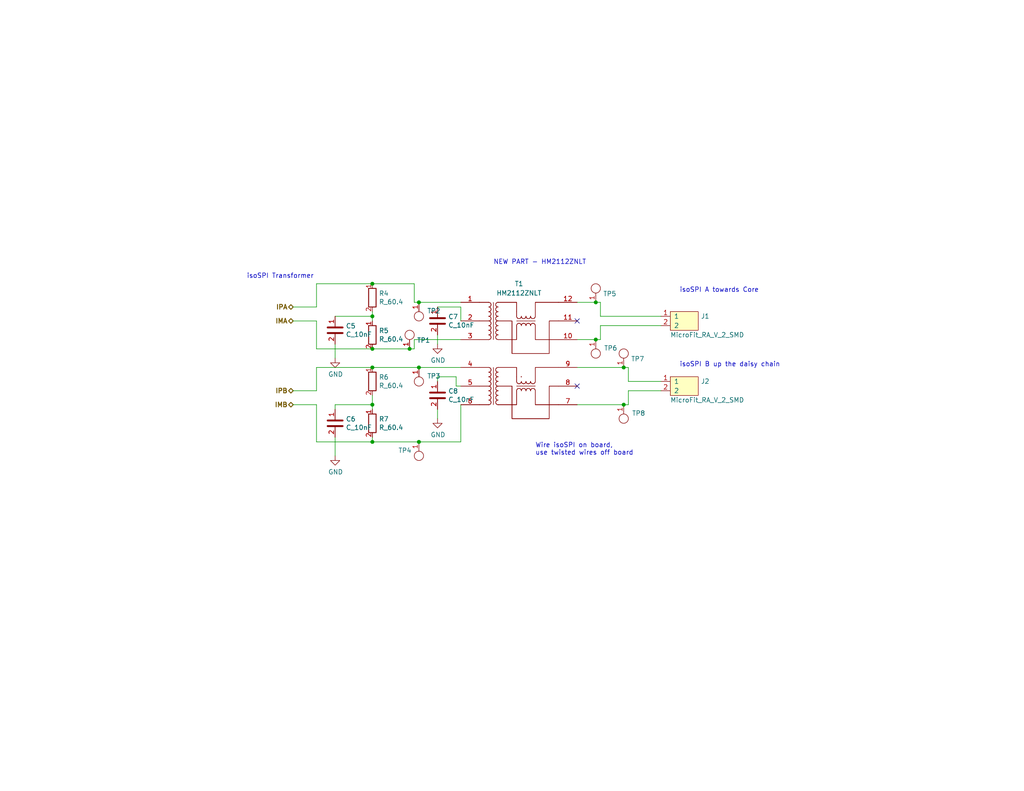
<source format=kicad_sch>
(kicad_sch (version 20211123) (generator eeschema)
  (paper "A")
  (title_block (title "Peripheral | isoSPI Transformer") (date "2022-12-04") (rev "0") (company "Olin Electric Motorsports") (comment 1 "Melissa Kazazic and Dasha Chadiuk"))
  (lib_symbols
    (symbol "formula:C_10nF" (pin_names (offset 1.016))
      (property "Reference" "C" (at -2.54 2.54 0))
      (property "Value" "C_10nF" (at 3.81 0 90))
      (symbol "C_10nF_0_1"
        (polyline (pts (xy -2.032 -0.762) (xy 2.032 -0.762)) (stroke (width 0.508)))
        (polyline (pts (xy -2.032 0.762) (xy 2.032 0.762)) (stroke (width 0.508)))
      )
      (symbol "C_10nF_1_1"
        (pin passive line (at 0 3.81 270) (length 2.794) (name "~") (number "1"))
        (pin passive line (at 0 -3.81 90) (length 2.794) (name "~") (number "2"))
      )
    )
    (symbol "formula:HM2112ZNLT" (pin_names (offset 0.762))
      (property "Reference" "T" (at -5.08 27.94 0))
      (property "Value" "HM2112ZNLT" (at -5.08 25.4 0))
      (symbol "HM2112ZNLT_0_0"
        (pin passive line (at -17.78 21.59 0) (length 5.08) (name "") (number "1"))
        (pin passive line (at 13.97 11.43 180) (length 5.08) (name "") (number "10"))
        (pin passive line (at 13.97 16.51 180) (length 5.08) (name "") (number "11"))
        (pin passive line (at 13.97 21.59 180) (length 5.08) (name "") (number "12"))
        (pin passive line (at -17.78 16.51 0) (length 5.08) (name "") (number "2"))
        (pin passive line (at -17.78 11.43 0) (length 5.08) (name "") (number "3"))
        (pin passive line (at -17.78 3.81 0) (length 5.08) (name "") (number "4"))
        (pin passive line (at -17.78 -1.27 0) (length 5.08) (name "") (number "5"))
        (pin passive line (at -17.78 -6.35 0) (length 5.08) (name "") (number "6"))
        (pin passive line (at 13.97 -6.35 180) (length 5.08) (name "") (number "7"))
        (pin passive line (at 13.97 -1.27 180) (length 5.08) (name "") (number "8"))
        (pin passive line (at 13.97 3.81 180) (length 5.08) (name "") (number "9"))
      )
      (symbol "HM2112ZNLT_0_1"
        (arc (start -10.16 -6.35) (mid -9.525 -5.715) (end -10.16 -5.08))
        (arc (start -10.16 -6.35) (mid -9.525 -5.715) (end -10.16 -5.08))
        (arc (start -10.16 -5.08) (mid -9.525 -4.445) (end -10.16 -3.81))
        (arc (start -10.16 -5.08) (mid -9.525 -4.445) (end -10.16 -3.81))
        (arc (start -10.16 -3.81) (mid -9.525 -3.175) (end -10.16 -2.54))
        (arc (start -10.16 -3.81) (mid -9.525 -3.175) (end -10.16 -2.54))
        (arc (start -10.16 -2.54) (mid -9.525 -1.905) (end -10.16 -1.27))
        (arc (start -10.16 -2.54) (mid -9.525 -1.905) (end -10.16 -1.27))
        (arc (start -10.16 -1.27) (mid -9.525 -0.635) (end -10.16 0))
        (arc (start -10.16 -1.27) (mid -9.525 -0.635) (end -10.16 0))
        (arc (start -10.16 0) (mid -9.525 0.635) (end -10.16 1.27))
        (arc (start -10.16 0) (mid -9.525 0.635) (end -10.16 1.27))
        (arc (start -10.16 1.27) (mid -9.525 1.905) (end -10.16 2.54))
        (arc (start -10.16 1.27) (mid -9.525 1.905) (end -10.16 2.54))
        (arc (start -10.16 2.54) (mid -9.525 3.175) (end -10.16 3.81))
        (arc (start -10.16 2.54) (mid -9.525 3.175) (end -10.16 3.81))
        (arc (start -10.16 11.43) (mid -9.525 12.065) (end -10.16 12.7))
        (arc (start -10.16 11.43) (mid -9.525 12.065) (end -10.16 12.7))
        (arc (start -10.16 12.7) (mid -9.525 13.335) (end -10.16 13.97))
        (arc (start -10.16 12.7) (mid -9.525 13.335) (end -10.16 13.97))
        (arc (start -10.16 13.97) (mid -9.525 14.605) (end -10.16 15.24))
        (arc (start -10.16 13.97) (mid -9.525 14.605) (end -10.16 15.24))
        (arc (start -10.16 15.24) (mid -9.525 15.875) (end -10.16 16.51))
        (arc (start -10.16 15.24) (mid -9.525 15.875) (end -10.16 16.51))
        (arc (start -10.16 16.51) (mid -9.525 17.145) (end -10.16 17.78))
        (arc (start -10.16 16.51) (mid -9.525 17.145) (end -10.16 17.78))
        (arc (start -10.16 17.78) (mid -9.525 18.415) (end -10.16 19.05))
        (arc (start -10.16 17.78) (mid -9.525 18.415) (end -10.16 19.05))
        (arc (start -10.16 19.05) (mid -9.525 19.685) (end -10.16 20.32))
        (arc (start -10.16 19.05) (mid -9.525 19.685) (end -10.16 20.32))
        (arc (start -10.16 20.32) (mid -9.525 20.955) (end -10.16 21.59))
        (arc (start -10.16 20.32) (mid -9.525 20.955) (end -10.16 21.59))
        (arc (start -7.62 -5.08) (mid -8.255 -5.715) (end -7.62 -6.35))
        (arc (start -7.62 -5.08) (mid -8.255 -5.715) (end -7.62 -6.35))
        (arc (start -7.62 -3.81) (mid -8.255 -4.445) (end -7.62 -5.08))
        (arc (start -7.62 -3.81) (mid -8.255 -4.445) (end -7.62 -5.08))
        (arc (start -7.62 -2.54) (mid -8.255 -3.175) (end -7.62 -3.81))
        (arc (start -7.62 -2.54) (mid -8.255 -3.175) (end -7.62 -3.81))
        (arc (start -7.62 -1.27) (mid -8.255 -1.905) (end -7.62 -2.54))
        (arc (start -7.62 -1.27) (mid -8.255 -1.905) (end -7.62 -2.54))
        (arc (start -7.62 0) (mid -8.255 -0.635) (end -7.62 -1.27))
        (arc (start -7.62 0) (mid -8.255 -0.635) (end -7.62 -1.27))
        (arc (start -7.62 1.27) (mid -8.255 0.635) (end -7.62 0))
        (arc (start -7.62 1.27) (mid -8.255 0.635) (end -7.62 0))
        (arc (start -7.62 2.54) (mid -8.255 1.905) (end -7.62 1.27))
        (arc (start -7.62 2.54) (mid -8.255 1.905) (end -7.62 1.27))
        (arc (start -7.62 3.81) (mid -8.255 3.175) (end -7.62 2.54))
        (arc (start -7.62 3.81) (mid -8.255 3.175) (end -7.62 2.54))
        (arc (start -7.62 12.7) (mid -8.255 12.065) (end -7.62 11.43))
        (arc (start -7.62 12.7) (mid -8.255 12.065) (end -7.62 11.43))
        (arc (start -7.62 13.97) (mid -8.255 13.335) (end -7.62 12.7))
        (arc (start -7.62 13.97) (mid -8.255 13.335) (end -7.62 12.7))
        (arc (start -7.62 15.24) (mid -8.255 14.605) (end -7.62 13.97))
        (arc (start -7.62 15.24) (mid -8.255 14.605) (end -7.62 13.97))
        (arc (start -7.62 16.51) (mid -8.255 15.875) (end -7.62 15.24))
        (arc (start -7.62 16.51) (mid -8.255 15.875) (end -7.62 15.24))
        (arc (start -7.62 17.78) (mid -8.255 17.145) (end -7.62 16.51))
        (arc (start -7.62 17.78) (mid -8.255 17.145) (end -7.62 16.51))
        (arc (start -7.62 19.05) (mid -8.255 18.415) (end -7.62 17.78))
        (arc (start -7.62 19.05) (mid -8.255 18.415) (end -7.62 17.78))
        (arc (start -7.62 20.32) (mid -8.255 19.685) (end -7.62 19.05))
        (arc (start -7.62 20.32) (mid -8.255 19.685) (end -7.62 19.05))
        (arc (start -7.62 21.59) (mid -8.255 20.955) (end -7.62 20.32))
        (arc (start -7.62 21.59) (mid -8.255 20.955) (end -7.62 20.32))
        (arc (start -2.54 0) (mid -1.905 -0.635) (end -1.27 0))
        (arc (start -2.54 0) (mid -1.905 -0.635) (end -1.27 0))
        (arc (start -2.54 17.78) (mid -1.905 17.145) (end -1.27 17.78))
        (arc (start -2.54 17.78) (mid -1.905 17.145) (end -1.27 17.78))
        (arc (start -1.27 -2.54) (mid -1.905 -1.905) (end -2.54 -2.54))
        (arc (start -1.27 -2.54) (mid -1.905 -1.905) (end -2.54 -2.54))
        (arc (start -1.27 0) (mid -0.635 -0.635) (end 0 0))
        (arc (start -1.27 0) (mid -0.635 -0.635) (end 0 0))
        (circle (center -1.27 1.27) (radius 0.0001))
        (arc (start -1.27 15.24) (mid -1.905 15.875) (end -2.54 15.24))
        (arc (start -1.27 15.24) (mid -1.905 15.875) (end -2.54 15.24))
        (arc (start -1.27 17.78) (mid -0.635 17.145) (end 0 17.78))
        (arc (start -1.27 17.78) (mid -0.635 17.145) (end 0 17.78))
        (arc (start 0 -2.54) (mid -0.635 -1.905) (end -1.27 -2.54))
        (arc (start 0 -2.54) (mid -0.635 -1.905) (end -1.27 -2.54))
        (polyline (pts (xy -10.16 -6.35) (xy -12.7 -6.35)))
        (polyline (pts (xy -10.16 -6.35) (xy -12.7 -6.35)))
        (polyline (pts (xy -10.16 -1.27) (xy -12.7 -1.27)))
        (polyline (pts (xy -10.16 -1.27) (xy -12.7 -1.27)))
        (polyline (pts (xy -10.16 3.81) (xy -12.7 3.81)))
        (polyline (pts (xy -10.16 3.81) (xy -12.7 3.81)))
        (polyline (pts (xy -10.16 11.43) (xy -12.7 11.43)))
        (polyline (pts (xy -10.16 11.43) (xy -12.7 11.43)))
        (polyline (pts (xy -10.16 16.51) (xy -12.7 16.51)))
        (polyline (pts (xy -10.16 16.51) (xy -12.7 16.51)))
        (polyline (pts (xy -10.16 21.59) (xy -12.7 21.59)))
        (polyline (pts (xy -10.16 21.59) (xy -12.7 21.59)))
        (polyline (pts (xy -8.89 3.81) (xy -8.89 -6.35)))
        (polyline (pts (xy -8.89 21.59) (xy -8.89 11.43)))
        (polyline (pts (xy -2.54 -1.27) (xy 2.54 -1.27)))
        (polyline (pts (xy -2.54 1.27) (xy -2.54 0)))
        (polyline (pts (xy -2.54 1.27) (xy -2.54 0)))
        (polyline (pts (xy -2.54 16.51) (xy 2.54 16.51)))
        (polyline (pts (xy -2.54 19.05) (xy -2.54 17.78)))
        (polyline (pts (xy -2.54 19.05) (xy -2.54 17.78)))
        (polyline (pts (xy -7.62 -6.35) (xy -2.54 -6.35) (xy -2.54 -2.54)))
        (polyline (pts (xy -7.62 -6.35) (xy -2.54 -6.35) (xy -2.54 -2.54)))
        (polyline (pts (xy -7.62 3.81) (xy -2.54 3.81) (xy -2.54 1.27)))
        (polyline (pts (xy -7.62 3.81) (xy -2.54 3.81) (xy -2.54 1.27)))
        (polyline (pts (xy -7.62 11.43) (xy -2.54 11.43) (xy -2.54 15.24)))
        (polyline (pts (xy -7.62 11.43) (xy -2.54 11.43) (xy -2.54 15.24)))
        (polyline (pts (xy -7.62 21.59) (xy -2.54 21.59) (xy -2.54 19.05)))
        (polyline (pts (xy -7.62 21.59) (xy -2.54 21.59) (xy -2.54 19.05)))
        (polyline (pts (xy 2.54 -2.54) (xy 2.54 -6.35) (xy 8.89 -6.35)))
        (polyline (pts (xy 2.54 -2.54) (xy 2.54 -6.35) (xy 8.89 -6.35)))
        (polyline (pts (xy 2.54 0) (xy 2.54 3.81) (xy 8.89 3.81)))
        (polyline (pts (xy 2.54 0) (xy 2.54 3.81) (xy 8.89 3.81)))
        (polyline (pts (xy 2.54 15.24) (xy 2.54 11.43) (xy 8.89 11.43)))
        (polyline (pts (xy 2.54 15.24) (xy 2.54 11.43) (xy 8.89 11.43)))
        (polyline (pts (xy 2.54 17.78) (xy 2.54 21.59) (xy 8.89 21.59)))
        (polyline (pts (xy 2.54 17.78) (xy 2.54 21.59) (xy 8.89 21.59)))
        (polyline (pts (xy -7.62 -1.27) (xy -3.81 -1.27) (xy -3.81 -10.16) (xy 6.35 -10.16) (xy 6.35 -1.27) (xy 8.89 -1.27)))
        (polyline (pts (xy -7.62 -1.27) (xy -3.81 -1.27) (xy -3.81 -10.16) (xy 6.35 -10.16) (xy 6.35 -1.27) (xy 8.89 -1.27)))
        (polyline (pts (xy -7.62 16.51) (xy -3.81 16.51) (xy -3.81 7.62) (xy 6.35 7.62) (xy 6.35 16.51) (xy 8.89 16.51)))
        (polyline (pts (xy -7.62 16.51) (xy -3.81 16.51) (xy -3.81 7.62) (xy 6.35 7.62) (xy 6.35 16.51) (xy 8.89 16.51)))
        (arc (start 0 0) (mid 0.635 -0.635) (end 1.27 0))
        (arc (start 0 0) (mid 0.635 -0.635) (end 1.27 0))
        (arc (start 0 15.24) (mid -0.635 15.875) (end -1.27 15.24))
        (arc (start 0 15.24) (mid -0.635 15.875) (end -1.27 15.24))
        (arc (start 0 17.78) (mid 0.635 17.145) (end 1.27 17.78))
        (arc (start 0 17.78) (mid 0.635 17.145) (end 1.27 17.78))
        (arc (start 1.27 -2.54) (mid 0.635 -1.905) (end 0 -2.54))
        (arc (start 1.27 -2.54) (mid 0.635 -1.905) (end 0 -2.54))
        (arc (start 1.27 0) (mid 1.905 -0.635) (end 2.54 0))
        (arc (start 1.27 0) (mid 1.905 -0.635) (end 2.54 0))
        (arc (start 1.27 15.24) (mid 0.635 15.875) (end 0 15.24))
        (arc (start 1.27 15.24) (mid 0.635 15.875) (end 0 15.24))
        (arc (start 1.27 17.78) (mid 1.905 17.145) (end 2.54 17.78))
        (arc (start 1.27 17.78) (mid 1.905 17.145) (end 2.54 17.78))
        (arc (start 2.54 -2.54) (mid 1.905 -1.905) (end 1.27 -2.54))
        (arc (start 2.54 -2.54) (mid 1.905 -1.905) (end 1.27 -2.54))
        (arc (start 2.54 15.24) (mid 1.905 15.875) (end 1.27 15.24))
        (arc (start 2.54 15.24) (mid 1.905 15.875) (end 1.27 15.24))
      )
    )
    (symbol "formula:MicroFit_RA_V_2_SMD" (pin_names (offset 1.016))
      (property "Reference" "J" (at -2.54 1.27 0))
      (property "Value" "MicroFit_RA_V_2_SMD" (at 0 -3.81 0))
      (symbol "MicroFit_RA_V_2_SMD_1_1"
        (rectangle (start 3.81 -2.54) (end -3.81 2.54) (fill (type background)))
        (pin bidirectional line (at 6.35 1.27 180) (length 2.54) (name "1") (number "1"))
        (pin bidirectional line (at 6.35 -1.27 180) (length 2.54) (name "2") (number "2"))
      )
    )
    (symbol "formula:R_60.4" (pin_names (offset 1.016))
      (property "Reference" "R" (at -2.54 0 0))
      (property "Value" "R_60.4" (at 2.54 0 90))
      (symbol "R_60.4_0_1"
        (rectangle (start -1.016 -2.54) (end 1.016 2.54) (stroke (width 0.254)))
      )
      (symbol "R_60.4_1_1"
        (pin passive line (at 0 3.81 270) (length 1.27) (name "~") (number "1"))
        (pin passive line (at 0 -3.81 90) (length 1.27) (name "~") (number "2"))
      )
    )
    (symbol "formula:Test_Point_SMD" (pin_names (offset 1.016))
      (property "Reference" "TP" (at 0 7.62 0))
      (property "Value" "Test_Point_SMD" (at 1.27 5.08 0))
      (symbol "Test_Point_SMD_1_1"
        (circle (center 0 2.54) (radius 1.27))
        (pin input line (at 0 -1.27 90) (length 2.54) (name "~") (number "1"))
      )
    )
    (symbol "power:GND" (power) (pin_names (offset 0))
      (property "Value" "GND" (at 0 -3.81 0))
      (symbol "GND_0_1"
        (polyline (pts (xy 0 0) (xy 0 -1.27) (xy 1.27 -1.27) (xy 0 -2.54) (xy -1.27 -1.27) (xy 0 -1.27)))
      )
      (symbol "GND_1_1"
        (pin power_in line (at 0 0 270) (length 0) hide (name "GND") (number "1"))
      )
    )
  )
  (junction (at 114.3 82.55))
  (junction (at 114.3 100.33))
  (junction (at 114.3 120.65))
  (junction (at 162.56 92.71))
  (junction (at 101.6 110.49))
  (junction (at 170.18 100.33))
  (junction (at 111.76 95.25))
  (junction (at 162.56 82.55))
  (junction (at 101.6 86.36))
  (junction (at 101.6 95.25))
  (junction (at 101.6 100.33))
  (junction (at 101.6 77.47))
  (junction (at 101.6 120.65))
  (junction (at 170.18 110.49))
  (no_connect (at 157.48 87.63))
  (no_connect (at 157.48 105.41))
  (wire (pts (xy 171.45 100.33) (xy 171.45 104.14)))
  (wire (pts (xy 86.36 120.65) (xy 86.36 110.49)))
  (wire (pts (xy 101.6 85.09) (xy 101.6 86.36)))
  (wire (pts (xy 163.83 86.36) (xy 180.34 86.36)))
  (wire (pts (xy 101.6 86.36) (xy 101.6 87.63)))
  (wire (pts (xy 119.38 102.87) (xy 119.38 104.14)))
  (wire (pts (xy 125.73 105.41) (xy 124.46 105.41)))
  (wire (pts (xy 86.36 87.63) (xy 80.01 87.63)))
  (wire (pts (xy 86.36 95.25) (xy 101.6 95.25)))
  (wire (pts (xy 163.83 88.9) (xy 163.83 92.71)))
  (wire (pts (xy 157.48 110.49) (xy 170.18 110.49)))
  (wire (pts (xy 125.73 83.82) (xy 119.38 83.82)))
  (wire (pts (xy 101.6 120.65) (xy 86.36 120.65)))
  (wire (pts (xy 101.6 100.33) (xy 114.3 100.33)))
  (wire (pts (xy 119.38 111.76) (xy 119.38 114.3)))
  (wire (pts (xy 157.48 100.33) (xy 170.18 100.33)))
  (wire (pts (xy 86.36 83.82) (xy 80.01 83.82)))
  (wire (pts (xy 101.6 110.49) (xy 91.44 110.49)))
  (wire (pts (xy 124.46 102.87) (xy 119.38 102.87)))
  (wire (pts (xy 125.73 82.55) (xy 114.3 82.55)))
  (wire (pts (xy 162.56 92.71) (xy 157.48 92.71)))
  (wire (pts (xy 163.83 82.55) (xy 162.56 82.55)))
  (wire (pts (xy 91.44 93.98) (xy 91.44 97.79)))
  (wire (pts (xy 114.3 120.65) (xy 125.73 120.65)))
  (wire (pts (xy 86.36 106.68) (xy 80.01 106.68)))
  (wire (pts (xy 91.44 110.49) (xy 91.44 111.76)))
  (wire (pts (xy 101.6 107.95) (xy 101.6 110.49)))
  (wire (pts (xy 101.6 120.65) (xy 114.3 120.65)))
  (wire (pts (xy 111.76 95.25) (xy 113.03 95.25)))
  (wire (pts (xy 86.36 87.63) (xy 86.36 95.25)))
  (wire (pts (xy 113.03 82.55) (xy 113.03 77.47)))
  (wire (pts (xy 101.6 119.38) (xy 101.6 120.65)))
  (wire (pts (xy 101.6 95.25) (xy 111.76 95.25)))
  (wire (pts (xy 86.36 100.33) (xy 101.6 100.33)))
  (wire (pts (xy 171.45 106.68) (xy 180.34 106.68)))
  (wire (pts (xy 170.18 100.33) (xy 171.45 100.33)))
  (wire (pts (xy 86.36 77.47) (xy 101.6 77.47)))
  (wire (pts (xy 101.6 77.47) (xy 113.03 77.47)))
  (wire (pts (xy 163.83 86.36) (xy 163.83 82.55)))
  (wire (pts (xy 125.73 110.49) (xy 125.73 120.65)))
  (wire (pts (xy 180.34 88.9) (xy 163.83 88.9)))
  (wire (pts (xy 114.3 82.55) (xy 113.03 82.55)))
  (wire (pts (xy 101.6 110.49) (xy 101.6 111.76)))
  (wire (pts (xy 171.45 104.14) (xy 180.34 104.14)))
  (wire (pts (xy 171.45 110.49) (xy 171.45 106.68)))
  (wire (pts (xy 101.6 86.36) (xy 91.44 86.36)))
  (wire (pts (xy 86.36 77.47) (xy 86.36 83.82)))
  (wire (pts (xy 114.3 100.33) (xy 125.73 100.33)))
  (wire (pts (xy 162.56 82.55) (xy 157.48 82.55)))
  (wire (pts (xy 113.03 92.71) (xy 113.03 95.25)))
  (wire (pts (xy 91.44 119.38) (xy 91.44 124.46)))
  (wire (pts (xy 86.36 100.33) (xy 86.36 106.68)))
  (wire (pts (xy 125.73 87.63) (xy 125.73 83.82)))
  (wire (pts (xy 163.83 92.71) (xy 162.56 92.71)))
  (wire (pts (xy 124.46 105.41) (xy 124.46 102.87)))
  (wire (pts (xy 170.18 110.49) (xy 171.45 110.49)))
  (wire (pts (xy 125.73 92.71) (xy 113.03 92.71)))
  (wire (pts (xy 86.36 110.49) (xy 80.01 110.49)))
  (wire (pts (xy 119.38 91.44) (xy 119.38 93.98)))
  (text "isoSPI B up the daisy chain\n" (at 185.42 100.33 0) (effects (font (size 1.27 1.27)) (justify left bottom)))
  (text "isoSPI Transformer" (at 67.31 76.2 0) (effects (font (size 1.27 1.27)) (justify left bottom)))
  (text "NEW PART - HM2112ZNLT" (at 134.62 72.39 0) (effects (font (size 1.27 1.27)) (justify left bottom)))
  (text "isoSPI A towards Core" (at 185.42 80.01 0) (effects (font (size 1.27 1.27)) (justify left bottom)))
  (text "Wire isoSPI on board, \nuse twisted wires off board" (at 146.05 124.46 0) (effects (font (size 1.27 1.27)) (justify left bottom)))
  (hierarchical_label "IMB" (shape bidirectional) (at 80.01 110.49 180) (effects (font bold)))
  (hierarchical_label "IMA" (shape bidirectional) (at 80.01 87.63 180) (effects (font bold)))
  (hierarchical_label "IPB" (shape bidirectional) (at 80.01 106.68 180) (effects (font bold)))
  (hierarchical_label "IPA" (shape bidirectional) (at 80.01 83.82 180) (effects (font bold)))
  (symbol (lib_id "formula:Test_Point_SMD") (at 114.3 121.92 180) (unit 1)
    (property "Reference" "TP4" (at 112.3188 122.9868 0) (effects (justify left)))
    (property "Value" "Test_Point_SMD" (effects hide))
    (property "Footprint" "footprints:Test_Point_SMD" (effects hide))
  )
  (symbol (lib_id "formula:Test_Point_SMD") (at 170.18 111.76 180) (unit 1)
    (property "Reference" "TP8" (at 172.4152 112.8268 0) (effects (justify right)))
    (property "Value" "Test_Point_SMD" (effects hide))
    (property "Footprint" "footprints:Test_Point_SMD" (effects hide))
  )
  (symbol (lib_id "power:GND") (at 91.44 97.79 0) (unit 1)
    (property "Reference" "#PWR?" (effects hide))
    (property "Value" "GND" (at 91.567 102.1842 0))
  )
  (symbol (lib_id "formula:Test_Point_SMD") (at 114.3 83.82 180) (unit 1)
    (property "Reference" "TP2" (at 116.5352 84.8868 0) (effects (justify right)))
    (property "Value" "Test_Point_SMD" (effects hide))
    (property "Footprint" "footprints:Test_Point_SMD" (effects hide))
  )
  (symbol (lib_id "formula:Test_Point_SMD") (at 114.3 101.6 180) (unit 1)
    (property "Reference" "TP3" (at 116.5352 102.6668 0) (effects (justify right)))
    (property "Value" "Test_Point_SMD" (effects hide))
    (property "Footprint" "footprints:Test_Point_SMD" (effects hide))
  )
  (symbol (lib_id "formula:R_60.4") (at 101.6 91.44 0) (unit 1)
    (property "Reference" "R5" (at 103.378 90.2716 0) (effects (justify left)))
    (property "Value" "R_60.4" (at 103.378 92.583 0) (effects (justify left)))
    (property "Footprint" "OEM:R_0603" (effects hide))
    (property "Datasheet" "https://industrial.panasonic.com/cdbs/www-data/pdf/RDM0000/AOA0000C307.pdf" (effects hide))
    (property "MFN" "DK" (effects hide))
    (property "MPN" "P60.4DACT-ND" (effects hide))
    (property "PurchasingLink" "https://www.digikey.com/product-detail/en/panasonic-electronic-components/ERA-6AEB60R4V/P60.4DACT-ND/3075204" (effects hide))
  )
  (symbol (lib_id "formula:R_60.4") (at 101.6 115.57 0) (unit 1)
    (property "Reference" "R7" (at 103.378 114.4016 0) (effects (justify left)))
    (property "Value" "R_60.4" (at 103.378 116.713 0) (effects (justify left)))
    (property "Footprint" "OEM:R_0603" (effects hide))
    (property "Datasheet" "https://industrial.panasonic.com/cdbs/www-data/pdf/RDM0000/AOA0000C307.pdf" (effects hide))
    (property "MFN" "DK" (effects hide))
    (property "MPN" "P60.4DACT-ND" (effects hide))
    (property "PurchasingLink" "https://www.digikey.com/product-detail/en/panasonic-electronic-components/ERA-6AEB60R4V/P60.4DACT-ND/3075204" (effects hide))
  )
  (symbol (lib_id "formula:Test_Point_SMD") (at 162.56 93.98 180) (unit 1)
    (property "Reference" "TP6" (at 164.7952 95.0468 0) (effects (justify right)))
    (property "Value" "Test_Point_SMD" (effects hide))
    (property "Footprint" "footprints:Test_Point_SMD" (effects hide))
  )
  (symbol (lib_id "formula:C_10nF") (at 119.38 87.63 0) (unit 1)
    (property "Reference" "C7" (at 122.301 86.4616 0) (effects (justify left)))
    (property "Value" "C_10nF" (at 122.301 88.773 0) (effects (justify left)))
    (property "Footprint" "OEM:C_0603" (effects hide))
    (property "Datasheet" "http://www.samsungsem.com/kr/support/product-search/mlcc/__icsFiles/afieldfile/2018/07/23/CL21B103KBANNNC.pdf" (effects hide))
    (property "MFN" "DK" (effects hide))
    (property "MPN" "1276-1015-1-ND" (effects hide))
    (property "PurchasingLink" "https://www.digikey.com/product-detail/en/samsung-electro-mechanics/CL21B103KBANNNC/1276-1015-1-ND/3889101" (effects hide))
  )
  (symbol (lib_id "formula:R_60.4") (at 101.6 81.28 0) (unit 1)
    (property "Reference" "R4" (at 103.378 80.1116 0) (effects (justify left)))
    (property "Value" "R_60.4" (at 103.378 82.423 0) (effects (justify left)))
    (property "Footprint" "OEM:R_0603" (effects hide))
    (property "Datasheet" "https://industrial.panasonic.com/cdbs/www-data/pdf/RDM0000/AOA0000C307.pdf" (effects hide))
    (property "MFN" "DK" (effects hide))
    (property "MPN" "P60.4DACT-ND" (effects hide))
    (property "PurchasingLink" "https://www.digikey.com/product-detail/en/panasonic-electronic-components/ERA-6AEB60R4V/P60.4DACT-ND/3075204" (effects hide))
  )
  (symbol (lib_id "formula:Test_Point_SMD") (at 162.56 81.28 0) (unit 1)
    (property "Reference" "TP5" (at 164.5412 80.2132 0) (effects (justify left)))
    (property "Value" "Test_Point_SMD" (effects hide))
    (property "Footprint" "footprints:Test_Point_SMD" (effects hide))
  )
  (symbol (lib_id "formula:MicroFit_RA_V_2_SMD") (at 186.69 105.41 0) (mirror y) (unit 1)
    (property "Reference" "J2" (at 191.2112 104.1146 0) (effects (justify right)))
    (property "Value" "MicroFit_RA_V_2_SMD" (at 182.88 109.22 0) (effects (justify right)))
    (property "Footprint" "footprints:MicroFit_RA_2_SMD" (effects hide))
    (property "Datasheet" "https://www.molex.com/pdm_docs/sd/436500213_sd.pdf" (effects hide))
    (property "DK" "MFN" (effects hide))
    (property "MPN" "436500213" (effects hide))
    (property "PurchasingLink" "https://www.digikey.com/product-detail/en/molex/0436500213/WM1895CT-ND/269061" (effects hide))
  )
  (symbol (lib_id "formula:HM2112ZNLT") (at 143.51 104.14 0) (unit 1)
    (property "Reference" "T1" (at 141.605 77.47 0))
    (property "Value" "HM2112ZNLT" (at 141.605 80.01 0))
    (property "Footprint" "footprints:HM2112ZNLT" (effects hide))
    (property "Datasheet" "https://productfinder.pulseeng.com/doc_type/WEB301/doc_num/HM2112ZNL/doc_part/HM2112ZNL.pdf" (effects hide))
    (property "Description" "Telecom Transformer 1:1 0.45Ohm Prim. DCR 0.85Ohm Sec. DCR 12Term. Gull Wing SMD" (effects hide))
    (property "Purchasing_Link" "https://www.digikey.com/en/products/detail/HM2112ZNLT/553-HM2112ZNLTDKR-ND/8021487" (effects hide))
  )
  (symbol (lib_id "power:GND") (at 119.38 93.98 0) (unit 1)
    (property "Reference" "#PWR?" (effects hide))
    (property "Value" "GND" (at 119.507 98.3742 0))
  )
  (symbol (lib_id "power:GND") (at 119.38 114.3 0) (unit 1)
    (property "Reference" "#PWR?" (effects hide))
    (property "Value" "GND" (at 119.507 118.6942 0))
  )
  (symbol (lib_id "formula:Test_Point_SMD") (at 111.76 93.98 0) (unit 1)
    (property "Reference" "TP1" (at 113.7412 92.9132 0) (effects (justify left)))
    (property "Value" "Test_Point_SMD" (effects hide))
    (property "Footprint" "footprints:Test_Point_SMD" (effects hide))
  )
  (symbol (lib_id "formula:Test_Point_SMD") (at 170.18 99.06 0) (unit 1)
    (property "Reference" "TP7" (at 172.1612 97.9932 0) (effects (justify left)))
    (property "Value" "Test_Point_SMD" (effects hide))
    (property "Footprint" "footprints:Test_Point_SMD" (effects hide))
  )
  (symbol (lib_id "formula:C_10nF") (at 91.44 115.57 0) (unit 1)
    (property "Reference" "C6" (at 94.361 114.4016 0) (effects (justify left)))
    (property "Value" "C_10nF" (at 94.361 116.713 0) (effects (justify left)))
    (property "Footprint" "OEM:C_0603" (effects hide))
    (property "Datasheet" "http://www.samsungsem.com/kr/support/product-search/mlcc/__icsFiles/afieldfile/2018/07/23/CL21B103KBANNNC.pdf" (effects hide))
    (property "MFN" "DK" (effects hide))
    (property "MPN" "1276-1015-1-ND" (effects hide))
    (property "PurchasingLink" "https://www.digikey.com/product-detail/en/samsung-electro-mechanics/CL21B103KBANNNC/1276-1015-1-ND/3889101" (effects hide))
  )
  (symbol (lib_id "formula:MicroFit_RA_V_2_SMD") (at 186.69 87.63 0) (mirror y) (unit 1)
    (property "Reference" "J1" (at 191.2112 86.3346 0) (effects (justify right)))
    (property "Value" "MicroFit_RA_V_2_SMD" (at 182.88 91.44 0) (effects (justify right)))
    (property "Footprint" "footprints:MicroFit_RA_2_SMD" (effects hide))
    (property "Datasheet" "https://www.molex.com/pdm_docs/sd/436500213_sd.pdf" (effects hide))
    (property "DK" "MFN" (effects hide))
    (property "MPN" "436500213" (effects hide))
    (property "PurchasingLink" "https://www.digikey.com/product-detail/en/molex/0436500213/WM1895CT-ND/269061" (effects hide))
  )
  (symbol (lib_id "formula:R_60.4") (at 101.6 104.14 0) (unit 1)
    (property "Reference" "R6" (at 103.378 102.9716 0) (effects (justify left)))
    (property "Value" "R_60.4" (at 103.378 105.283 0) (effects (justify left)))
    (property "Footprint" "OEM:R_0603" (effects hide))
    (property "Datasheet" "https://industrial.panasonic.com/cdbs/www-data/pdf/RDM0000/AOA0000C307.pdf" (effects hide))
    (property "MFN" "DK" (effects hide))
    (property "MPN" "P60.4DACT-ND" (effects hide))
    (property "PurchasingLink" "https://www.digikey.com/product-detail/en/panasonic-electronic-components/ERA-6AEB60R4V/P60.4DACT-ND/3075204" (effects hide))
  )
  (symbol (lib_id "formula:C_10nF") (at 91.44 90.17 0) (unit 1)
    (property "Reference" "C5" (at 94.361 89.0016 0) (effects (justify left)))
    (property "Value" "C_10nF" (at 94.361 91.313 0) (effects (justify left)))
    (property "Footprint" "OEM:C_0603" (effects hide))
    (property "Datasheet" "http://www.samsungsem.com/kr/support/product-search/mlcc/__icsFiles/afieldfile/2018/07/23/CL21B103KBANNNC.pdf" (effects hide))
    (property "MFN" "DK" (effects hide))
    (property "MPN" "1276-1015-1-ND" (effects hide))
    (property "PurchasingLink" "https://www.digikey.com/product-detail/en/samsung-electro-mechanics/CL21B103KBANNNC/1276-1015-1-ND/3889101" (effects hide))
  )
  (symbol (lib_id "formula:C_10nF") (at 119.38 107.95 0) (unit 1)
    (property "Reference" "C8" (at 122.301 106.7816 0) (effects (justify left)))
    (property "Value" "C_10nF" (at 122.301 109.093 0) (effects (justify left)))
    (property "Footprint" "OEM:C_0603" (effects hide))
    (property "Datasheet" "http://www.samsungsem.com/kr/support/product-search/mlcc/__icsFiles/afieldfile/2018/07/23/CL21B103KBANNNC.pdf" (effects hide))
    (property "MFN" "DK" (effects hide))
    (property "MPN" "1276-1015-1-ND" (effects hide))
    (property "PurchasingLink" "https://www.digikey.com/product-detail/en/samsung-electro-mechanics/CL21B103KBANNNC/1276-1015-1-ND/3889101" (effects hide))
  )
  (symbol (lib_id "power:GND") (at 91.44 124.46 0) (unit 1)
    (property "Reference" "#PWR?" (effects hide))
    (property "Value" "GND" (at 91.567 128.8542 0))
  )
)
</source>
